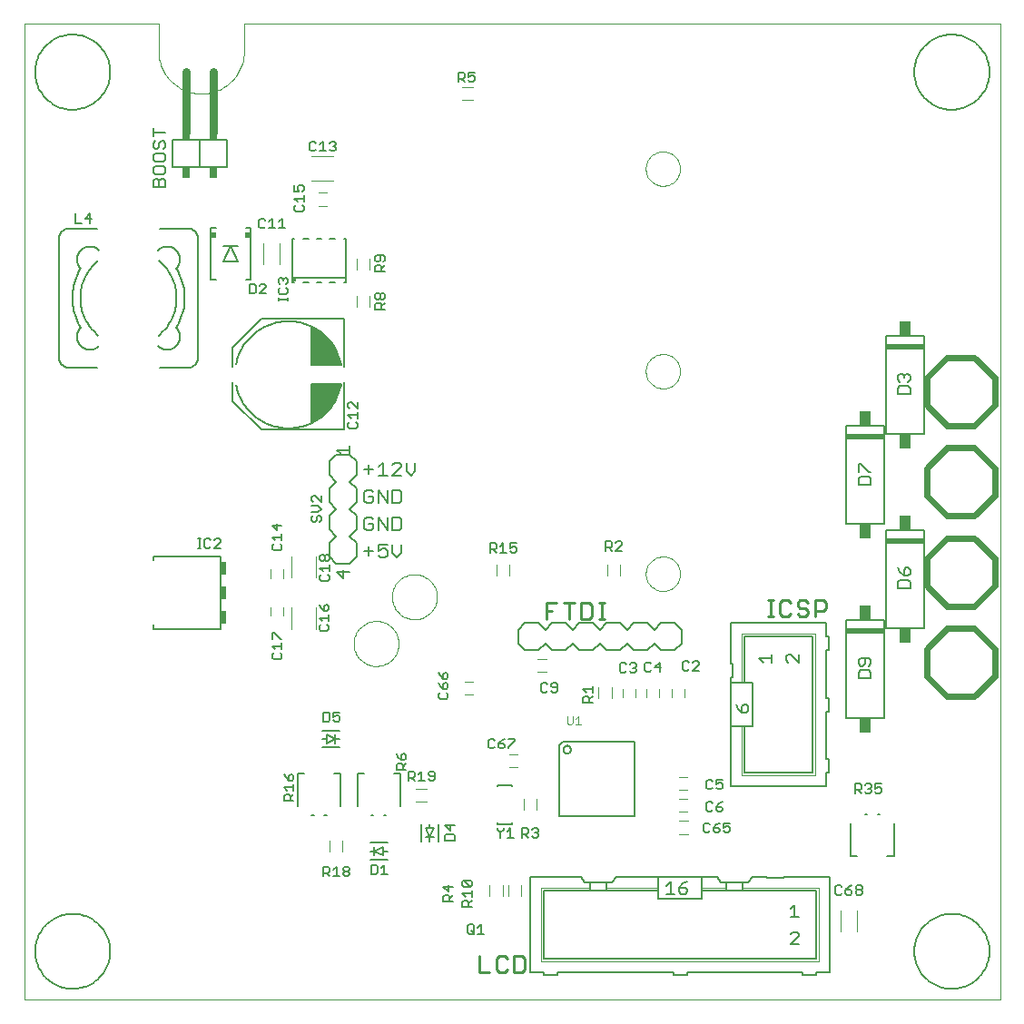
<source format=gto>
G75*
G70*
%OFA0B0*%
%FSLAX24Y24*%
%IPPOS*%
%LPD*%
%AMOC8*
5,1,8,0,0,1.08239X$1,22.5*
%
%ADD10C,0.0000*%
%ADD11C,0.0080*%
%ADD12C,0.0050*%
%ADD13R,0.0118X0.0157*%
%ADD14C,0.0031*%
%ADD15R,0.0236X0.0197*%
%ADD16C,0.0240*%
%ADD17C,0.0060*%
%ADD18C,0.0020*%
%ADD19C,0.0110*%
%ADD20R,0.0236X0.0472*%
%ADD21C,0.0030*%
%ADD22C,0.0300*%
%ADD23R,0.0300X0.0200*%
%ADD24R,0.0300X0.0400*%
%ADD25R,0.1400X0.0200*%
%ADD26R,0.0420X0.0540*%
D10*
X000233Y000233D02*
X000233Y036060D01*
X005154Y036060D01*
X005154Y035076D01*
X005156Y034999D01*
X005162Y034922D01*
X005171Y034845D01*
X005184Y034769D01*
X005201Y034693D01*
X005222Y034619D01*
X005246Y034545D01*
X005274Y034473D01*
X005305Y034403D01*
X005340Y034334D01*
X005378Y034266D01*
X005419Y034201D01*
X005464Y034138D01*
X005512Y034077D01*
X005562Y034018D01*
X005615Y033962D01*
X005671Y033909D01*
X005730Y033859D01*
X005791Y033811D01*
X005854Y033766D01*
X005919Y033725D01*
X005987Y033687D01*
X006056Y033652D01*
X006126Y033621D01*
X006198Y033593D01*
X006272Y033569D01*
X006346Y033548D01*
X006422Y033531D01*
X006498Y033518D01*
X006575Y033509D01*
X006652Y033503D01*
X006729Y033501D01*
X006806Y033503D01*
X006883Y033509D01*
X006960Y033518D01*
X007036Y033531D01*
X007112Y033548D01*
X007186Y033569D01*
X007260Y033593D01*
X007332Y033621D01*
X007402Y033652D01*
X007471Y033687D01*
X007539Y033725D01*
X007604Y033766D01*
X007667Y033811D01*
X007728Y033859D01*
X007787Y033909D01*
X007843Y033962D01*
X007896Y034018D01*
X007946Y034077D01*
X007994Y034138D01*
X008039Y034201D01*
X008080Y034266D01*
X008118Y034334D01*
X008153Y034403D01*
X008184Y034473D01*
X008212Y034545D01*
X008236Y034619D01*
X008257Y034693D01*
X008274Y034769D01*
X008287Y034845D01*
X008296Y034922D01*
X008302Y034999D01*
X008304Y035076D01*
X008304Y036060D01*
X036060Y036060D01*
X036060Y000233D01*
X000233Y000233D01*
X012322Y013305D02*
X012324Y013362D01*
X012330Y013419D01*
X012340Y013475D01*
X012353Y013531D01*
X012371Y013585D01*
X012392Y013638D01*
X012417Y013689D01*
X012445Y013739D01*
X012477Y013786D01*
X012511Y013832D01*
X012549Y013874D01*
X012590Y013914D01*
X012633Y013952D01*
X012679Y013986D01*
X012727Y014016D01*
X012777Y014044D01*
X012829Y014068D01*
X012883Y014088D01*
X012937Y014104D01*
X012993Y014117D01*
X013049Y014126D01*
X013106Y014131D01*
X013163Y014132D01*
X013220Y014129D01*
X013277Y014122D01*
X013333Y014111D01*
X013388Y014097D01*
X013442Y014078D01*
X013495Y014056D01*
X013546Y014031D01*
X013595Y014001D01*
X013642Y013969D01*
X013687Y013933D01*
X013729Y013895D01*
X013768Y013853D01*
X013804Y013809D01*
X013838Y013763D01*
X013868Y013714D01*
X013894Y013664D01*
X013917Y013612D01*
X013936Y013558D01*
X013952Y013503D01*
X013964Y013447D01*
X013972Y013390D01*
X013976Y013334D01*
X013976Y013276D01*
X013972Y013220D01*
X013964Y013163D01*
X013952Y013107D01*
X013936Y013052D01*
X013917Y012998D01*
X013894Y012946D01*
X013868Y012896D01*
X013838Y012847D01*
X013804Y012801D01*
X013768Y012757D01*
X013729Y012715D01*
X013687Y012677D01*
X013642Y012641D01*
X013595Y012609D01*
X013546Y012579D01*
X013495Y012554D01*
X013442Y012532D01*
X013388Y012513D01*
X013333Y012499D01*
X013277Y012488D01*
X013220Y012481D01*
X013163Y012478D01*
X013106Y012479D01*
X013049Y012484D01*
X012993Y012493D01*
X012937Y012506D01*
X012883Y012522D01*
X012829Y012542D01*
X012777Y012566D01*
X012727Y012594D01*
X012679Y012624D01*
X012633Y012658D01*
X012590Y012696D01*
X012549Y012736D01*
X012511Y012778D01*
X012477Y012824D01*
X012445Y012871D01*
X012417Y012921D01*
X012392Y012972D01*
X012371Y013025D01*
X012353Y013079D01*
X012340Y013135D01*
X012330Y013191D01*
X012324Y013248D01*
X012322Y013305D01*
X013728Y015024D02*
X013730Y015081D01*
X013736Y015138D01*
X013746Y015194D01*
X013759Y015250D01*
X013777Y015304D01*
X013798Y015357D01*
X013823Y015408D01*
X013851Y015458D01*
X013883Y015505D01*
X013917Y015551D01*
X013955Y015593D01*
X013996Y015633D01*
X014039Y015671D01*
X014085Y015705D01*
X014133Y015735D01*
X014183Y015763D01*
X014235Y015787D01*
X014289Y015807D01*
X014343Y015823D01*
X014399Y015836D01*
X014455Y015845D01*
X014512Y015850D01*
X014569Y015851D01*
X014626Y015848D01*
X014683Y015841D01*
X014739Y015830D01*
X014794Y015816D01*
X014848Y015797D01*
X014901Y015775D01*
X014952Y015750D01*
X015001Y015720D01*
X015048Y015688D01*
X015093Y015652D01*
X015135Y015614D01*
X015174Y015572D01*
X015210Y015528D01*
X015244Y015482D01*
X015274Y015433D01*
X015300Y015383D01*
X015323Y015331D01*
X015342Y015277D01*
X015358Y015222D01*
X015370Y015166D01*
X015378Y015109D01*
X015382Y015053D01*
X015382Y014995D01*
X015378Y014939D01*
X015370Y014882D01*
X015358Y014826D01*
X015342Y014771D01*
X015323Y014717D01*
X015300Y014665D01*
X015274Y014615D01*
X015244Y014566D01*
X015210Y014520D01*
X015174Y014476D01*
X015135Y014434D01*
X015093Y014396D01*
X015048Y014360D01*
X015001Y014328D01*
X014952Y014298D01*
X014901Y014273D01*
X014848Y014251D01*
X014794Y014232D01*
X014739Y014218D01*
X014683Y014207D01*
X014626Y014200D01*
X014569Y014197D01*
X014512Y014198D01*
X014455Y014203D01*
X014399Y014212D01*
X014343Y014225D01*
X014289Y014241D01*
X014235Y014261D01*
X014183Y014285D01*
X014133Y014313D01*
X014085Y014343D01*
X014039Y014377D01*
X013996Y014415D01*
X013955Y014455D01*
X013917Y014497D01*
X013883Y014543D01*
X013851Y014590D01*
X013823Y014640D01*
X013798Y014691D01*
X013777Y014744D01*
X013759Y014798D01*
X013746Y014854D01*
X013736Y014910D01*
X013730Y014967D01*
X013728Y015024D01*
X023050Y015868D02*
X023052Y015918D01*
X023058Y015968D01*
X023068Y016017D01*
X023082Y016065D01*
X023099Y016112D01*
X023120Y016157D01*
X023145Y016201D01*
X023173Y016242D01*
X023205Y016281D01*
X023239Y016318D01*
X023276Y016352D01*
X023316Y016382D01*
X023358Y016409D01*
X023402Y016433D01*
X023448Y016454D01*
X023495Y016470D01*
X023543Y016483D01*
X023593Y016492D01*
X023642Y016497D01*
X023693Y016498D01*
X023743Y016495D01*
X023792Y016488D01*
X023841Y016477D01*
X023889Y016462D01*
X023935Y016444D01*
X023980Y016422D01*
X024023Y016396D01*
X024064Y016367D01*
X024103Y016335D01*
X024139Y016300D01*
X024171Y016262D01*
X024201Y016222D01*
X024228Y016179D01*
X024251Y016135D01*
X024270Y016089D01*
X024286Y016041D01*
X024298Y015992D01*
X024306Y015943D01*
X024310Y015893D01*
X024310Y015843D01*
X024306Y015793D01*
X024298Y015744D01*
X024286Y015695D01*
X024270Y015647D01*
X024251Y015601D01*
X024228Y015557D01*
X024201Y015514D01*
X024171Y015474D01*
X024139Y015436D01*
X024103Y015401D01*
X024064Y015369D01*
X024023Y015340D01*
X023980Y015314D01*
X023935Y015292D01*
X023889Y015274D01*
X023841Y015259D01*
X023792Y015248D01*
X023743Y015241D01*
X023693Y015238D01*
X023642Y015239D01*
X023593Y015244D01*
X023543Y015253D01*
X023495Y015266D01*
X023448Y015282D01*
X023402Y015303D01*
X023358Y015327D01*
X023316Y015354D01*
X023276Y015384D01*
X023239Y015418D01*
X023205Y015455D01*
X023173Y015494D01*
X023145Y015535D01*
X023120Y015579D01*
X023099Y015624D01*
X023082Y015671D01*
X023068Y015719D01*
X023058Y015768D01*
X023052Y015818D01*
X023050Y015868D01*
X023050Y023305D02*
X023052Y023355D01*
X023058Y023405D01*
X023068Y023454D01*
X023082Y023502D01*
X023099Y023549D01*
X023120Y023594D01*
X023145Y023638D01*
X023173Y023679D01*
X023205Y023718D01*
X023239Y023755D01*
X023276Y023789D01*
X023316Y023819D01*
X023358Y023846D01*
X023402Y023870D01*
X023448Y023891D01*
X023495Y023907D01*
X023543Y023920D01*
X023593Y023929D01*
X023642Y023934D01*
X023693Y023935D01*
X023743Y023932D01*
X023792Y023925D01*
X023841Y023914D01*
X023889Y023899D01*
X023935Y023881D01*
X023980Y023859D01*
X024023Y023833D01*
X024064Y023804D01*
X024103Y023772D01*
X024139Y023737D01*
X024171Y023699D01*
X024201Y023659D01*
X024228Y023616D01*
X024251Y023572D01*
X024270Y023526D01*
X024286Y023478D01*
X024298Y023429D01*
X024306Y023380D01*
X024310Y023330D01*
X024310Y023280D01*
X024306Y023230D01*
X024298Y023181D01*
X024286Y023132D01*
X024270Y023084D01*
X024251Y023038D01*
X024228Y022994D01*
X024201Y022951D01*
X024171Y022911D01*
X024139Y022873D01*
X024103Y022838D01*
X024064Y022806D01*
X024023Y022777D01*
X023980Y022751D01*
X023935Y022729D01*
X023889Y022711D01*
X023841Y022696D01*
X023792Y022685D01*
X023743Y022678D01*
X023693Y022675D01*
X023642Y022676D01*
X023593Y022681D01*
X023543Y022690D01*
X023495Y022703D01*
X023448Y022719D01*
X023402Y022740D01*
X023358Y022764D01*
X023316Y022791D01*
X023276Y022821D01*
X023239Y022855D01*
X023205Y022892D01*
X023173Y022931D01*
X023145Y022972D01*
X023120Y023016D01*
X023099Y023061D01*
X023082Y023108D01*
X023068Y023156D01*
X023058Y023205D01*
X023052Y023255D01*
X023050Y023305D01*
X023050Y030742D02*
X023052Y030792D01*
X023058Y030842D01*
X023068Y030891D01*
X023082Y030939D01*
X023099Y030986D01*
X023120Y031031D01*
X023145Y031075D01*
X023173Y031116D01*
X023205Y031155D01*
X023239Y031192D01*
X023276Y031226D01*
X023316Y031256D01*
X023358Y031283D01*
X023402Y031307D01*
X023448Y031328D01*
X023495Y031344D01*
X023543Y031357D01*
X023593Y031366D01*
X023642Y031371D01*
X023693Y031372D01*
X023743Y031369D01*
X023792Y031362D01*
X023841Y031351D01*
X023889Y031336D01*
X023935Y031318D01*
X023980Y031296D01*
X024023Y031270D01*
X024064Y031241D01*
X024103Y031209D01*
X024139Y031174D01*
X024171Y031136D01*
X024201Y031096D01*
X024228Y031053D01*
X024251Y031009D01*
X024270Y030963D01*
X024286Y030915D01*
X024298Y030866D01*
X024306Y030817D01*
X024310Y030767D01*
X024310Y030717D01*
X024306Y030667D01*
X024298Y030618D01*
X024286Y030569D01*
X024270Y030521D01*
X024251Y030475D01*
X024228Y030431D01*
X024201Y030388D01*
X024171Y030348D01*
X024139Y030310D01*
X024103Y030275D01*
X024064Y030243D01*
X024023Y030214D01*
X023980Y030188D01*
X023935Y030166D01*
X023889Y030148D01*
X023841Y030133D01*
X023792Y030122D01*
X023743Y030115D01*
X023693Y030112D01*
X023642Y030113D01*
X023593Y030118D01*
X023543Y030127D01*
X023495Y030140D01*
X023448Y030156D01*
X023402Y030177D01*
X023358Y030201D01*
X023316Y030228D01*
X023276Y030258D01*
X023239Y030292D01*
X023205Y030329D01*
X023173Y030368D01*
X023145Y030409D01*
X023120Y030453D01*
X023099Y030498D01*
X023082Y030545D01*
X023068Y030593D01*
X023058Y030642D01*
X023052Y030692D01*
X023050Y030742D01*
D11*
X014587Y019950D02*
X014587Y019630D01*
X014427Y019470D01*
X014267Y019630D01*
X014267Y019950D01*
X014072Y019870D02*
X013991Y019950D01*
X013831Y019950D01*
X013751Y019870D01*
X014072Y019870D02*
X014072Y019790D01*
X013751Y019470D01*
X014072Y019470D01*
X013556Y019470D02*
X013236Y019470D01*
X013396Y019470D02*
X013396Y019950D01*
X013236Y019790D01*
X013040Y019710D02*
X012720Y019710D01*
X012880Y019870D02*
X012880Y019550D01*
X012800Y018950D02*
X012720Y018870D01*
X012720Y018550D01*
X012800Y018470D01*
X012960Y018470D01*
X013040Y018550D01*
X013040Y018710D01*
X012880Y018710D01*
X013040Y018870D02*
X012960Y018950D01*
X012800Y018950D01*
X013236Y018950D02*
X013556Y018470D01*
X013556Y018950D01*
X013751Y018950D02*
X013991Y018950D01*
X014072Y018870D01*
X014072Y018550D01*
X013991Y018470D01*
X013751Y018470D01*
X013751Y018950D01*
X013236Y018950D02*
X013236Y018470D01*
X013236Y017950D02*
X013556Y017470D01*
X013556Y017950D01*
X013751Y017950D02*
X013991Y017950D01*
X014072Y017870D01*
X014072Y017550D01*
X013991Y017470D01*
X013751Y017470D01*
X013751Y017950D01*
X013236Y017950D02*
X013236Y017470D01*
X013040Y017550D02*
X013040Y017710D01*
X012880Y017710D01*
X012720Y017550D02*
X012800Y017470D01*
X012960Y017470D01*
X013040Y017550D01*
X012720Y017550D02*
X012720Y017870D01*
X012800Y017950D01*
X012960Y017950D01*
X013040Y017870D01*
X013236Y016950D02*
X013236Y016710D01*
X013396Y016790D01*
X013476Y016790D01*
X013556Y016710D01*
X013556Y016550D01*
X013476Y016470D01*
X013316Y016470D01*
X013236Y016550D01*
X013040Y016710D02*
X012720Y016710D01*
X012880Y016870D02*
X012880Y016550D01*
X013236Y016950D02*
X013556Y016950D01*
X013751Y016950D02*
X013751Y016630D01*
X013911Y016470D01*
X014072Y016630D01*
X014072Y016950D01*
X018368Y013805D02*
X018368Y013305D01*
X018618Y013055D01*
X019118Y013055D01*
X019368Y013305D01*
X019618Y013055D01*
X020118Y013055D01*
X020368Y013305D01*
X020618Y013055D01*
X021118Y013055D01*
X021368Y013305D01*
X021618Y013055D01*
X022118Y013055D01*
X022368Y013305D01*
X022618Y013055D01*
X023118Y013055D01*
X023368Y013305D01*
X023618Y013055D01*
X024118Y013055D01*
X024368Y013305D01*
X024368Y013805D01*
X024118Y014055D01*
X023618Y014055D01*
X023368Y013805D01*
X023118Y014055D01*
X022618Y014055D01*
X022368Y013805D01*
X022118Y014055D01*
X021618Y014055D01*
X021368Y013805D01*
X021118Y014055D01*
X020618Y014055D01*
X020368Y013805D01*
X020118Y014055D01*
X019618Y014055D01*
X019368Y013805D01*
X019118Y014055D01*
X018618Y014055D01*
X018368Y013805D01*
X018123Y008107D02*
X017612Y008107D01*
X017612Y008068D01*
X018123Y008068D02*
X018123Y008107D01*
X018123Y006729D02*
X018123Y006670D01*
X017612Y006670D01*
X017612Y006729D01*
D12*
X017600Y006530D02*
X017600Y006472D01*
X017716Y006355D01*
X017716Y006180D01*
X017716Y006355D02*
X017833Y006472D01*
X017833Y006530D01*
X017968Y006413D02*
X018085Y006530D01*
X018085Y006180D01*
X018201Y006180D02*
X017968Y006180D01*
X018500Y006180D02*
X018500Y006530D01*
X018675Y006530D01*
X018733Y006472D01*
X018733Y006355D01*
X018675Y006297D01*
X018500Y006297D01*
X018616Y006297D02*
X018733Y006180D01*
X018868Y006238D02*
X018926Y006180D01*
X019043Y006180D01*
X019101Y006238D01*
X019101Y006297D01*
X019043Y006355D01*
X018985Y006355D01*
X019043Y006355D02*
X019101Y006413D01*
X019101Y006472D01*
X019043Y006530D01*
X018926Y006530D01*
X018868Y006472D01*
X016655Y004554D02*
X016655Y004437D01*
X016597Y004379D01*
X016363Y004613D01*
X016597Y004613D01*
X016655Y004554D01*
X016597Y004379D02*
X016363Y004379D01*
X016305Y004437D01*
X016305Y004554D01*
X016363Y004613D01*
X015968Y004373D02*
X015617Y004373D01*
X015792Y004198D01*
X015792Y004432D01*
X015792Y004063D02*
X015851Y004005D01*
X015851Y003830D01*
X015968Y003830D02*
X015617Y003830D01*
X015617Y004005D01*
X015676Y004063D01*
X015792Y004063D01*
X015851Y003947D02*
X015968Y004063D01*
X016305Y004128D02*
X016655Y004128D01*
X016655Y004244D02*
X016655Y004011D01*
X016655Y003876D02*
X016538Y003759D01*
X016538Y003818D02*
X016538Y003642D01*
X016655Y003642D02*
X016305Y003642D01*
X016305Y003818D01*
X016363Y003876D01*
X016480Y003876D01*
X016538Y003818D01*
X016421Y004011D02*
X016305Y004128D01*
X016576Y002993D02*
X016693Y002993D01*
X016751Y002934D01*
X016751Y002701D01*
X016693Y002642D01*
X016576Y002642D01*
X016517Y002701D01*
X016517Y002934D01*
X016576Y002993D01*
X016634Y002759D02*
X016751Y002642D01*
X016886Y002642D02*
X017119Y002642D01*
X017003Y002642D02*
X017003Y002993D01*
X016886Y002876D01*
X016030Y006080D02*
X015680Y006080D01*
X015680Y006255D01*
X015738Y006313D01*
X015972Y006313D01*
X016030Y006255D01*
X016030Y006080D01*
X015855Y006448D02*
X015855Y006682D01*
X016030Y006623D02*
X015680Y006623D01*
X015855Y006448D01*
X015432Y006682D02*
X015432Y006053D01*
X015275Y006210D02*
X015118Y006210D01*
X015118Y006053D01*
X015118Y006210D02*
X015275Y006525D01*
X015118Y006525D01*
X015118Y006682D01*
X015118Y006525D02*
X014960Y006525D01*
X015118Y006210D01*
X014960Y006210D01*
X014803Y006053D02*
X014803Y006682D01*
X014030Y007349D02*
X014030Y008530D01*
X013794Y008530D01*
X013892Y008656D02*
X013892Y008831D01*
X013951Y008889D01*
X014067Y008889D01*
X014126Y008831D01*
X014126Y008656D01*
X014243Y008656D02*
X013892Y008656D01*
X014126Y008773D02*
X014243Y008889D01*
X014184Y009024D02*
X014243Y009082D01*
X014243Y009199D01*
X014184Y009258D01*
X014126Y009258D01*
X014067Y009199D01*
X014067Y009024D01*
X014184Y009024D01*
X014067Y009024D02*
X013951Y009141D01*
X013892Y009258D01*
X014330Y008618D02*
X014505Y008618D01*
X014564Y008559D01*
X014564Y008443D01*
X014505Y008384D01*
X014330Y008384D01*
X014330Y008268D02*
X014330Y008618D01*
X014447Y008384D02*
X014564Y008268D01*
X014698Y008268D02*
X014932Y008268D01*
X014815Y008268D02*
X014815Y008618D01*
X014698Y008501D01*
X015067Y008501D02*
X015125Y008443D01*
X015300Y008443D01*
X015300Y008559D02*
X015242Y008618D01*
X015125Y008618D01*
X015067Y008559D01*
X015067Y008501D01*
X015067Y008326D02*
X015125Y008268D01*
X015242Y008268D01*
X015300Y008326D01*
X015300Y008559D01*
X017268Y009513D02*
X017326Y009455D01*
X017443Y009455D01*
X017501Y009513D01*
X017636Y009513D02*
X017694Y009455D01*
X017811Y009455D01*
X017869Y009513D01*
X017869Y009572D01*
X017811Y009630D01*
X017636Y009630D01*
X017636Y009513D01*
X017636Y009630D02*
X017753Y009747D01*
X017869Y009805D01*
X018004Y009805D02*
X018238Y009805D01*
X018238Y009747D01*
X018004Y009513D01*
X018004Y009455D01*
X017501Y009747D02*
X017443Y009805D01*
X017326Y009805D01*
X017268Y009747D01*
X017268Y009513D01*
X015722Y011268D02*
X015488Y011268D01*
X015430Y011326D01*
X015430Y011443D01*
X015488Y011501D01*
X015605Y011636D02*
X015488Y011753D01*
X015430Y011869D01*
X015605Y011811D02*
X015605Y011636D01*
X015722Y011636D01*
X015780Y011694D01*
X015780Y011811D01*
X015722Y011869D01*
X015663Y011869D01*
X015605Y011811D01*
X015605Y012004D02*
X015488Y012121D01*
X015430Y012238D01*
X015605Y012179D02*
X015605Y012004D01*
X015722Y012004D01*
X015780Y012063D01*
X015780Y012179D01*
X015722Y012238D01*
X015663Y012238D01*
X015605Y012179D01*
X015722Y011501D02*
X015780Y011443D01*
X015780Y011326D01*
X015722Y011268D01*
X012691Y008530D02*
X012455Y008530D01*
X012455Y007349D01*
X012967Y006994D02*
X013046Y006994D01*
X013439Y006994D02*
X013518Y006994D01*
X013557Y005995D02*
X012928Y005995D01*
X013085Y005837D02*
X013085Y005680D01*
X012928Y005680D01*
X013085Y005680D02*
X013400Y005837D01*
X013400Y005680D01*
X013557Y005680D01*
X013400Y005680D02*
X013400Y005522D01*
X013085Y005680D01*
X013085Y005522D01*
X012928Y005365D02*
X013557Y005365D01*
X013440Y005180D02*
X013440Y004830D01*
X013323Y004830D02*
X013557Y004830D01*
X013323Y005063D02*
X013440Y005180D01*
X013189Y005122D02*
X013189Y004888D01*
X013130Y004830D01*
X012955Y004830D01*
X012955Y005180D01*
X013130Y005180D01*
X013189Y005122D01*
X012175Y005059D02*
X012175Y005001D01*
X012117Y004943D01*
X012000Y004943D01*
X011942Y005001D01*
X011942Y005059D01*
X012000Y005118D01*
X012117Y005118D01*
X012175Y005059D01*
X012117Y004943D02*
X012175Y004884D01*
X012175Y004826D01*
X012117Y004768D01*
X012000Y004768D01*
X011942Y004826D01*
X011942Y004884D01*
X012000Y004943D01*
X011807Y004768D02*
X011573Y004768D01*
X011690Y004768D02*
X011690Y005118D01*
X011573Y005001D01*
X011439Y004943D02*
X011380Y004884D01*
X011205Y004884D01*
X011205Y004768D02*
X011205Y005118D01*
X011380Y005118D01*
X011439Y005059D01*
X011439Y004943D01*
X011322Y004884D02*
X011439Y004768D01*
X011331Y006994D02*
X011252Y006994D01*
X011842Y007349D02*
X011842Y008530D01*
X011606Y008530D01*
X011808Y009490D02*
X011178Y009490D01*
X011335Y009647D02*
X011335Y009805D01*
X011178Y009805D01*
X011335Y009805D02*
X011335Y009962D01*
X011650Y009805D01*
X011808Y009805D01*
X011650Y009805D02*
X011335Y009647D01*
X011650Y009647D02*
X011650Y009805D01*
X011650Y009962D01*
X011808Y010120D02*
X011178Y010120D01*
X011218Y010430D02*
X011394Y010430D01*
X011452Y010488D01*
X011452Y010722D01*
X011394Y010780D01*
X011218Y010780D01*
X011218Y010430D01*
X011587Y010488D02*
X011645Y010430D01*
X011762Y010430D01*
X011820Y010488D01*
X011820Y010605D01*
X011762Y010663D01*
X011703Y010663D01*
X011587Y010605D01*
X011587Y010780D01*
X011820Y010780D01*
X010504Y008530D02*
X010268Y008530D01*
X010268Y007349D01*
X010117Y007538D02*
X009767Y007538D01*
X009767Y007713D01*
X009826Y007771D01*
X009942Y007771D01*
X010001Y007713D01*
X010001Y007538D01*
X010001Y007654D02*
X010117Y007771D01*
X010117Y007906D02*
X010117Y008139D01*
X010117Y008023D02*
X009767Y008023D01*
X009884Y007906D01*
X009942Y008274D02*
X009942Y008449D01*
X010001Y008508D01*
X010059Y008508D01*
X010117Y008449D01*
X010117Y008333D01*
X010059Y008274D01*
X009942Y008274D01*
X009826Y008391D01*
X009767Y008508D01*
X010779Y006994D02*
X010858Y006994D01*
X009621Y012725D02*
X009388Y012725D01*
X009330Y012783D01*
X009330Y012900D01*
X009388Y012959D01*
X009446Y013093D02*
X009330Y013210D01*
X009680Y013210D01*
X009680Y013093D02*
X009680Y013327D01*
X009680Y013462D02*
X009621Y013462D01*
X009388Y013695D01*
X009330Y013695D01*
X009330Y013462D01*
X009621Y012959D02*
X009680Y012900D01*
X009680Y012783D01*
X009621Y012725D01*
X011055Y013826D02*
X011113Y013767D01*
X011347Y013767D01*
X011405Y013826D01*
X011405Y013943D01*
X011347Y014001D01*
X011405Y014136D02*
X011405Y014369D01*
X011405Y014252D02*
X011055Y014252D01*
X011171Y014136D01*
X011113Y014001D02*
X011055Y013943D01*
X011055Y013826D01*
X011230Y014504D02*
X011230Y014679D01*
X011288Y014738D01*
X011347Y014738D01*
X011405Y014679D01*
X011405Y014562D01*
X011347Y014504D01*
X011230Y014504D01*
X011113Y014621D01*
X011055Y014738D01*
X011138Y015600D02*
X011372Y015600D01*
X011430Y015658D01*
X011430Y015775D01*
X011372Y015834D01*
X011430Y015968D02*
X011430Y016202D01*
X011430Y016085D02*
X011080Y016085D01*
X011196Y015968D01*
X011138Y015834D02*
X011080Y015775D01*
X011080Y015658D01*
X011138Y015600D01*
X011705Y015932D02*
X011930Y015707D01*
X011930Y016007D01*
X012155Y015932D02*
X011705Y015932D01*
X011372Y016337D02*
X011313Y016337D01*
X011255Y016395D01*
X011255Y016512D01*
X011313Y016570D01*
X011372Y016570D01*
X011430Y016512D01*
X011430Y016395D01*
X011372Y016337D01*
X011255Y016395D02*
X011196Y016337D01*
X011138Y016337D01*
X011080Y016395D01*
X011080Y016512D01*
X011138Y016570D01*
X011196Y016570D01*
X011255Y016512D01*
X011072Y017767D02*
X011130Y017826D01*
X011130Y017943D01*
X011072Y018001D01*
X011013Y018001D01*
X010955Y017943D01*
X010955Y017826D01*
X010896Y017767D01*
X010838Y017767D01*
X010780Y017826D01*
X010780Y017943D01*
X010838Y018001D01*
X010780Y018136D02*
X011013Y018136D01*
X011130Y018253D01*
X011013Y018369D01*
X010780Y018369D01*
X010838Y018504D02*
X010780Y018562D01*
X010780Y018679D01*
X010838Y018738D01*
X010896Y018738D01*
X011130Y018504D01*
X011130Y018738D01*
X011855Y020257D02*
X011705Y020407D01*
X012155Y020407D01*
X012155Y020257D02*
X012155Y020557D01*
X011977Y021172D02*
X011977Y022904D01*
X011859Y022826D02*
X010757Y022826D01*
X010757Y021408D01*
X011288Y021802D01*
X011623Y022235D01*
X011859Y022826D01*
X011844Y022789D02*
X010757Y022789D01*
X010757Y022740D02*
X011825Y022740D01*
X011805Y022692D02*
X010757Y022692D01*
X010757Y022643D02*
X011786Y022643D01*
X011767Y022595D02*
X010757Y022595D01*
X010757Y022546D02*
X011747Y022546D01*
X011728Y022498D02*
X010757Y022498D01*
X010757Y022449D02*
X011708Y022449D01*
X011689Y022401D02*
X010757Y022401D01*
X010757Y022352D02*
X011670Y022352D01*
X011650Y022304D02*
X010757Y022304D01*
X010757Y022255D02*
X011631Y022255D01*
X011601Y022207D02*
X010757Y022207D01*
X010757Y022158D02*
X011563Y022158D01*
X011526Y022110D02*
X010757Y022110D01*
X010757Y022061D02*
X011488Y022061D01*
X011451Y022013D02*
X010757Y022013D01*
X010757Y021964D02*
X011413Y021964D01*
X011376Y021916D02*
X010757Y021916D01*
X010757Y021867D02*
X011339Y021867D01*
X011301Y021819D02*
X010757Y021819D01*
X010757Y021770D02*
X011245Y021770D01*
X011180Y021722D02*
X010757Y021722D01*
X010757Y021673D02*
X011114Y021673D01*
X011049Y021625D02*
X010757Y021625D01*
X010757Y021576D02*
X010983Y021576D01*
X010918Y021528D02*
X010757Y021528D01*
X010757Y021479D02*
X010852Y021479D01*
X010787Y021431D02*
X010757Y021431D01*
X011977Y021172D02*
X008946Y021172D01*
X007883Y022196D01*
X007883Y022904D01*
X007883Y023456D02*
X007883Y024164D01*
X008946Y025227D01*
X011977Y025227D01*
X011977Y023456D01*
X011859Y023534D02*
X010757Y023534D01*
X010757Y024952D01*
X011288Y024558D01*
X011623Y024125D01*
X011859Y023534D01*
X011847Y023565D02*
X010757Y023565D01*
X010757Y023613D02*
X011828Y023613D01*
X011808Y023662D02*
X010757Y023662D01*
X010757Y023710D02*
X011789Y023710D01*
X011769Y023759D02*
X010757Y023759D01*
X010757Y023807D02*
X011750Y023807D01*
X011731Y023856D02*
X010757Y023856D01*
X010757Y023904D02*
X011711Y023904D01*
X011692Y023953D02*
X010757Y023953D01*
X010757Y024001D02*
X011672Y024001D01*
X011653Y024050D02*
X010757Y024050D01*
X010757Y024098D02*
X011634Y024098D01*
X011606Y024147D02*
X010757Y024147D01*
X010757Y024195D02*
X011569Y024195D01*
X011531Y024244D02*
X010757Y024244D01*
X010757Y024292D02*
X011494Y024292D01*
X011456Y024341D02*
X010757Y024341D01*
X010757Y024389D02*
X011419Y024389D01*
X011381Y024438D02*
X010757Y024438D01*
X010757Y024486D02*
X011344Y024486D01*
X011306Y024535D02*
X010757Y024535D01*
X010757Y024583D02*
X011254Y024583D01*
X011189Y024632D02*
X010757Y024632D01*
X010757Y024680D02*
X011123Y024680D01*
X011058Y024729D02*
X010757Y024729D01*
X010757Y024777D02*
X010992Y024777D01*
X010927Y024826D02*
X010757Y024826D01*
X010757Y024874D02*
X010861Y024874D01*
X010796Y024923D02*
X010757Y024923D01*
X009905Y025892D02*
X009905Y026009D01*
X009905Y025951D02*
X009555Y025951D01*
X009555Y026009D02*
X009555Y025892D01*
X009613Y026138D02*
X009847Y026138D01*
X009905Y026196D01*
X009905Y026313D01*
X009847Y026372D01*
X009847Y026506D02*
X009905Y026565D01*
X009905Y026681D01*
X009847Y026740D01*
X009788Y026740D01*
X009730Y026681D01*
X009730Y026623D01*
X009730Y026681D02*
X009671Y026740D01*
X009613Y026740D01*
X009555Y026681D01*
X009555Y026565D01*
X009613Y026506D01*
X009613Y026372D02*
X009555Y026313D01*
X009555Y026196D01*
X009613Y026138D01*
X009095Y026155D02*
X008862Y026155D01*
X009095Y026389D01*
X009095Y026447D01*
X009037Y026505D01*
X008920Y026505D01*
X008862Y026447D01*
X008727Y026447D02*
X008668Y026505D01*
X008493Y026505D01*
X008493Y026155D01*
X008668Y026155D01*
X008727Y026213D01*
X008727Y026447D01*
X008553Y026673D02*
X008356Y026673D01*
X008553Y026673D02*
X008553Y028562D01*
X008356Y028562D01*
X008850Y028613D02*
X008850Y028847D01*
X008908Y028905D01*
X009025Y028905D01*
X009084Y028847D01*
X009218Y028789D02*
X009335Y028905D01*
X009335Y028555D01*
X009218Y028555D02*
X009452Y028555D01*
X009587Y028555D02*
X009820Y028555D01*
X009703Y028555D02*
X009703Y028905D01*
X009587Y028789D01*
X009084Y028613D02*
X009025Y028555D01*
X008908Y028555D01*
X008850Y028613D01*
X008081Y027893D02*
X007805Y027893D01*
X007529Y027342D01*
X008081Y027342D01*
X007805Y027893D01*
X007529Y027893D01*
X007254Y028562D02*
X007057Y028562D01*
X007057Y026673D01*
X007254Y026673D01*
X006614Y028158D02*
X006614Y023827D01*
X006612Y023788D01*
X006606Y023750D01*
X006597Y023713D01*
X006584Y023676D01*
X006567Y023641D01*
X006548Y023608D01*
X006525Y023577D01*
X006499Y023548D01*
X006470Y023522D01*
X006439Y023499D01*
X006406Y023480D01*
X006371Y023463D01*
X006334Y023450D01*
X006297Y023441D01*
X006259Y023435D01*
X006220Y023433D01*
X005197Y023433D01*
X005809Y024239D02*
X005837Y024270D01*
X005862Y024302D01*
X005884Y024337D01*
X005903Y024374D01*
X005919Y024412D01*
X005931Y024451D01*
X005940Y024491D01*
X005945Y024532D01*
X005947Y024573D01*
X005945Y024614D01*
X005940Y024655D01*
X005931Y024695D01*
X005919Y024734D01*
X005903Y024772D01*
X005884Y024809D01*
X005862Y024844D01*
X005837Y024876D01*
X005809Y024907D01*
X005809Y024239D02*
X005778Y024211D01*
X005746Y024186D01*
X005711Y024164D01*
X005674Y024145D01*
X005636Y024129D01*
X005597Y024117D01*
X005557Y024108D01*
X005516Y024103D01*
X005475Y024101D01*
X005434Y024103D01*
X005393Y024108D01*
X005353Y024117D01*
X005314Y024129D01*
X005276Y024145D01*
X005239Y024164D01*
X005204Y024186D01*
X005172Y024211D01*
X005141Y024239D01*
X002301Y024906D02*
X002251Y024992D01*
X002205Y025080D01*
X002163Y025170D01*
X002125Y025262D01*
X002092Y025356D01*
X002064Y025451D01*
X002040Y025548D01*
X002021Y025646D01*
X002007Y025744D01*
X001997Y025843D01*
X001993Y025942D01*
X001993Y026042D01*
X001997Y026141D01*
X002007Y026240D01*
X002021Y026338D01*
X002040Y026436D01*
X002064Y026533D01*
X002092Y026628D01*
X002125Y026722D01*
X002163Y026814D01*
X002205Y026904D01*
X002251Y026992D01*
X002301Y027078D01*
X002273Y027109D01*
X002248Y027141D01*
X002226Y027176D01*
X002207Y027213D01*
X002191Y027251D01*
X002179Y027290D01*
X002170Y027330D01*
X002165Y027371D01*
X002163Y027412D01*
X002165Y027453D01*
X002170Y027494D01*
X002179Y027534D01*
X002191Y027573D01*
X002207Y027611D01*
X002226Y027648D01*
X002248Y027683D01*
X002273Y027715D01*
X002301Y027746D01*
X002332Y027774D01*
X002364Y027799D01*
X002399Y027821D01*
X002436Y027840D01*
X002474Y027856D01*
X002513Y027868D01*
X002553Y027877D01*
X002594Y027882D01*
X002635Y027884D01*
X002676Y027882D01*
X002717Y027877D01*
X002757Y027868D01*
X002796Y027856D01*
X002834Y027840D01*
X002871Y027821D01*
X002906Y027799D01*
X002938Y027774D01*
X002969Y027746D01*
X002913Y028552D02*
X001890Y028552D01*
X002093Y028743D02*
X002327Y028743D01*
X002462Y028918D02*
X002695Y028918D01*
X002637Y028743D02*
X002637Y029093D01*
X002462Y028918D01*
X002093Y029093D02*
X002093Y028743D01*
X001890Y028552D02*
X001851Y028550D01*
X001813Y028544D01*
X001776Y028535D01*
X001739Y028522D01*
X001704Y028505D01*
X001671Y028486D01*
X001640Y028463D01*
X001611Y028437D01*
X001585Y028408D01*
X001562Y028377D01*
X001543Y028344D01*
X001526Y028309D01*
X001513Y028272D01*
X001504Y028235D01*
X001498Y028197D01*
X001496Y028158D01*
X001496Y023827D01*
X001498Y023788D01*
X001504Y023750D01*
X001513Y023713D01*
X001526Y023676D01*
X001543Y023641D01*
X001562Y023608D01*
X001585Y023577D01*
X001611Y023548D01*
X001640Y023522D01*
X001671Y023499D01*
X001704Y023480D01*
X001739Y023463D01*
X001776Y023450D01*
X001813Y023441D01*
X001851Y023435D01*
X001890Y023433D01*
X002913Y023433D01*
X002969Y024239D02*
X002938Y024211D01*
X002906Y024186D01*
X002871Y024164D01*
X002834Y024145D01*
X002796Y024129D01*
X002757Y024117D01*
X002717Y024108D01*
X002676Y024103D01*
X002635Y024101D01*
X002594Y024103D01*
X002553Y024108D01*
X002513Y024117D01*
X002474Y024129D01*
X002436Y024145D01*
X002399Y024164D01*
X002364Y024186D01*
X002332Y024211D01*
X002301Y024239D01*
X002273Y024270D01*
X002248Y024302D01*
X002226Y024337D01*
X002207Y024374D01*
X002191Y024412D01*
X002179Y024451D01*
X002170Y024491D01*
X002165Y024532D01*
X002163Y024573D01*
X002165Y024614D01*
X002170Y024655D01*
X002179Y024695D01*
X002191Y024734D01*
X002207Y024772D01*
X002226Y024809D01*
X002248Y024844D01*
X002273Y024876D01*
X002301Y024907D01*
X005809Y024906D02*
X005859Y024992D01*
X005905Y025080D01*
X005947Y025170D01*
X005985Y025262D01*
X006018Y025356D01*
X006046Y025451D01*
X006070Y025548D01*
X006089Y025646D01*
X006103Y025744D01*
X006113Y025843D01*
X006117Y025942D01*
X006117Y026042D01*
X006113Y026141D01*
X006103Y026240D01*
X006089Y026338D01*
X006070Y026436D01*
X006046Y026533D01*
X006018Y026628D01*
X005985Y026722D01*
X005947Y026814D01*
X005905Y026904D01*
X005859Y026992D01*
X005809Y027078D01*
X005809Y027746D02*
X005778Y027774D01*
X005746Y027799D01*
X005711Y027821D01*
X005674Y027840D01*
X005636Y027856D01*
X005597Y027868D01*
X005557Y027877D01*
X005516Y027882D01*
X005475Y027884D01*
X005434Y027882D01*
X005393Y027877D01*
X005353Y027868D01*
X005314Y027856D01*
X005276Y027840D01*
X005239Y027821D01*
X005204Y027799D01*
X005172Y027774D01*
X005141Y027746D01*
X005809Y027746D02*
X005837Y027715D01*
X005862Y027683D01*
X005884Y027648D01*
X005903Y027611D01*
X005919Y027573D01*
X005931Y027534D01*
X005940Y027494D01*
X005945Y027453D01*
X005947Y027412D01*
X005945Y027371D01*
X005940Y027330D01*
X005931Y027290D01*
X005919Y027251D01*
X005903Y027213D01*
X005884Y027176D01*
X005862Y027141D01*
X005837Y027109D01*
X005809Y027078D01*
X006614Y028158D02*
X006612Y028197D01*
X006606Y028235D01*
X006597Y028272D01*
X006584Y028309D01*
X006567Y028344D01*
X006548Y028377D01*
X006525Y028408D01*
X006499Y028437D01*
X006470Y028463D01*
X006439Y028486D01*
X006406Y028505D01*
X006371Y028522D01*
X006334Y028535D01*
X006297Y028544D01*
X006259Y028550D01*
X006220Y028552D01*
X005197Y028552D01*
X005180Y030080D02*
X005180Y030305D01*
X005255Y030380D01*
X005330Y030380D01*
X005405Y030305D01*
X005405Y030080D01*
X004955Y030080D01*
X004955Y030305D01*
X005030Y030380D01*
X005105Y030380D01*
X005180Y030305D01*
X005030Y030540D02*
X005330Y030540D01*
X005405Y030615D01*
X005405Y030766D01*
X005330Y030841D01*
X005030Y030841D01*
X004955Y030766D01*
X004955Y030615D01*
X005030Y030540D01*
X005030Y031001D02*
X005330Y031001D01*
X005405Y031076D01*
X005405Y031226D01*
X005330Y031301D01*
X005030Y031301D01*
X004955Y031226D01*
X004955Y031076D01*
X005030Y031001D01*
X005030Y031461D02*
X005105Y031461D01*
X005180Y031536D01*
X005180Y031686D01*
X005255Y031761D01*
X005330Y031761D01*
X005405Y031686D01*
X005405Y031536D01*
X005330Y031461D01*
X005030Y031461D02*
X004955Y031536D01*
X004955Y031686D01*
X005030Y031761D01*
X004955Y031922D02*
X004955Y032222D01*
X004955Y032072D02*
X005405Y032072D01*
X000627Y034288D02*
X000629Y034362D01*
X000635Y034436D01*
X000645Y034509D01*
X000659Y034582D01*
X000676Y034654D01*
X000698Y034724D01*
X000723Y034794D01*
X000752Y034862D01*
X000785Y034928D01*
X000821Y034993D01*
X000861Y035055D01*
X000903Y035116D01*
X000949Y035174D01*
X000998Y035229D01*
X001050Y035282D01*
X001105Y035332D01*
X001162Y035378D01*
X001222Y035422D01*
X001284Y035462D01*
X001348Y035499D01*
X001414Y035533D01*
X001482Y035563D01*
X001551Y035589D01*
X001622Y035612D01*
X001693Y035630D01*
X001766Y035645D01*
X001839Y035656D01*
X001913Y035663D01*
X001987Y035666D01*
X002060Y035665D01*
X002134Y035660D01*
X002208Y035651D01*
X002281Y035638D01*
X002353Y035621D01*
X002424Y035601D01*
X002494Y035576D01*
X002562Y035548D01*
X002629Y035517D01*
X002694Y035481D01*
X002757Y035443D01*
X002818Y035401D01*
X002877Y035355D01*
X002933Y035307D01*
X002986Y035256D01*
X003036Y035202D01*
X003084Y035145D01*
X003128Y035086D01*
X003170Y035024D01*
X003208Y034961D01*
X003242Y034895D01*
X003273Y034828D01*
X003300Y034759D01*
X003323Y034689D01*
X003343Y034618D01*
X003359Y034545D01*
X003371Y034472D01*
X003379Y034399D01*
X003383Y034325D01*
X003383Y034251D01*
X003379Y034177D01*
X003371Y034104D01*
X003359Y034031D01*
X003343Y033958D01*
X003323Y033887D01*
X003300Y033817D01*
X003273Y033748D01*
X003242Y033681D01*
X003208Y033615D01*
X003170Y033552D01*
X003128Y033490D01*
X003084Y033431D01*
X003036Y033374D01*
X002986Y033320D01*
X002933Y033269D01*
X002877Y033221D01*
X002818Y033175D01*
X002757Y033133D01*
X002694Y033095D01*
X002629Y033059D01*
X002562Y033028D01*
X002494Y033000D01*
X002424Y032975D01*
X002353Y032955D01*
X002281Y032938D01*
X002208Y032925D01*
X002134Y032916D01*
X002060Y032911D01*
X001987Y032910D01*
X001913Y032913D01*
X001839Y032920D01*
X001766Y032931D01*
X001693Y032946D01*
X001622Y032964D01*
X001551Y032987D01*
X001482Y033013D01*
X001414Y033043D01*
X001348Y033077D01*
X001284Y033114D01*
X001222Y033154D01*
X001162Y033198D01*
X001105Y033244D01*
X001050Y033294D01*
X000998Y033347D01*
X000949Y033402D01*
X000903Y033460D01*
X000861Y033521D01*
X000821Y033583D01*
X000785Y033648D01*
X000752Y033714D01*
X000723Y033782D01*
X000698Y033852D01*
X000676Y033922D01*
X000659Y033994D01*
X000645Y034067D01*
X000635Y034140D01*
X000629Y034214D01*
X000627Y034288D01*
X005158Y027370D02*
X005223Y027315D01*
X005286Y027257D01*
X005346Y027196D01*
X005402Y027132D01*
X005456Y027066D01*
X005506Y026997D01*
X005553Y026925D01*
X005597Y026851D01*
X005636Y026776D01*
X005673Y026698D01*
X005705Y026619D01*
X005733Y026539D01*
X005758Y026457D01*
X005778Y026374D01*
X005795Y026290D01*
X005807Y026205D01*
X005815Y026120D01*
X005819Y026035D01*
X005819Y025949D01*
X005815Y025864D01*
X005807Y025779D01*
X005795Y025694D01*
X005778Y025610D01*
X005758Y025527D01*
X005733Y025445D01*
X005705Y025365D01*
X005673Y025286D01*
X005636Y025208D01*
X005597Y025133D01*
X005553Y025059D01*
X005506Y024987D01*
X005456Y024918D01*
X005402Y024852D01*
X005346Y024788D01*
X005286Y024727D01*
X005223Y024669D01*
X005158Y024614D01*
X002952Y024614D02*
X002887Y024669D01*
X002824Y024727D01*
X002764Y024788D01*
X002708Y024852D01*
X002654Y024918D01*
X002604Y024987D01*
X002557Y025059D01*
X002513Y025133D01*
X002474Y025208D01*
X002437Y025286D01*
X002405Y025365D01*
X002377Y025445D01*
X002352Y025527D01*
X002332Y025610D01*
X002315Y025694D01*
X002303Y025779D01*
X002295Y025864D01*
X002291Y025949D01*
X002291Y026035D01*
X002295Y026120D01*
X002303Y026205D01*
X002315Y026290D01*
X002332Y026374D01*
X002352Y026457D01*
X002377Y026539D01*
X002405Y026619D01*
X002437Y026698D01*
X002474Y026776D01*
X002513Y026851D01*
X002557Y026925D01*
X002604Y026997D01*
X002654Y027066D01*
X002708Y027132D01*
X002764Y027196D01*
X002824Y027257D01*
X002887Y027315D01*
X002952Y027370D01*
X010071Y026738D02*
X012039Y026738D01*
X012039Y028155D01*
X011961Y028155D01*
X011646Y028155D02*
X011449Y028155D01*
X011134Y028155D02*
X010976Y028155D01*
X010661Y028155D02*
X010464Y028155D01*
X010149Y028155D02*
X010071Y028155D01*
X010071Y026738D01*
X010071Y026580D01*
X010149Y026580D01*
X010464Y026580D02*
X010661Y026580D01*
X010976Y026580D02*
X011134Y026580D01*
X011449Y026580D02*
X011646Y026580D01*
X011961Y026580D02*
X012039Y026580D01*
X012039Y026738D01*
X013117Y026955D02*
X013117Y027130D01*
X013176Y027189D01*
X013292Y027189D01*
X013351Y027130D01*
X013351Y026955D01*
X013468Y026955D02*
X013117Y026955D01*
X013351Y027072D02*
X013468Y027189D01*
X013409Y027323D02*
X013468Y027382D01*
X013468Y027499D01*
X013409Y027557D01*
X013176Y027557D01*
X013117Y027499D01*
X013117Y027382D01*
X013176Y027323D01*
X013234Y027323D01*
X013292Y027382D01*
X013292Y027557D01*
X013234Y026182D02*
X013292Y026123D01*
X013292Y026007D01*
X013234Y025948D01*
X013175Y025948D01*
X013117Y026007D01*
X013117Y026123D01*
X013175Y026182D01*
X013234Y026182D01*
X013292Y026123D02*
X013351Y026182D01*
X013409Y026182D01*
X013467Y026123D01*
X013467Y026007D01*
X013409Y025948D01*
X013351Y025948D01*
X013292Y026007D01*
X013292Y025813D02*
X013351Y025755D01*
X013351Y025580D01*
X013467Y025580D02*
X013117Y025580D01*
X013117Y025755D01*
X013175Y025813D01*
X013292Y025813D01*
X013351Y025697D02*
X013467Y025813D01*
X010434Y029163D02*
X010492Y029221D01*
X010492Y029338D01*
X010434Y029396D01*
X010492Y029531D02*
X010492Y029764D01*
X010492Y029648D02*
X010142Y029648D01*
X010259Y029531D01*
X010200Y029396D02*
X010142Y029338D01*
X010142Y029221D01*
X010200Y029163D01*
X010434Y029163D01*
X010434Y029899D02*
X010492Y029958D01*
X010492Y030074D01*
X010434Y030133D01*
X010317Y030133D01*
X010259Y030074D01*
X010259Y030016D01*
X010317Y029899D01*
X010142Y029899D01*
X010142Y030133D01*
X010763Y031392D02*
X010880Y031392D01*
X010938Y031451D01*
X011073Y031392D02*
X011307Y031392D01*
X011190Y031392D02*
X011190Y031743D01*
X011073Y031626D01*
X010938Y031684D02*
X010880Y031743D01*
X010763Y031743D01*
X010705Y031684D01*
X010705Y031451D01*
X010763Y031392D01*
X011442Y031451D02*
X011500Y031392D01*
X011617Y031392D01*
X011675Y031451D01*
X011675Y031509D01*
X011617Y031568D01*
X011558Y031568D01*
X011617Y031568D02*
X011675Y031626D01*
X011675Y031684D01*
X011617Y031743D01*
X011500Y031743D01*
X011442Y031684D01*
X016156Y033930D02*
X016156Y034280D01*
X016331Y034280D01*
X016389Y034222D01*
X016389Y034105D01*
X016331Y034047D01*
X016156Y034047D01*
X016273Y034047D02*
X016389Y033930D01*
X016524Y033988D02*
X016583Y033930D01*
X016699Y033930D01*
X016758Y033988D01*
X016758Y034105D01*
X016699Y034164D01*
X016641Y034164D01*
X016524Y034105D01*
X016524Y034280D01*
X016758Y034280D01*
X011859Y023554D02*
X011839Y023647D01*
X011814Y023739D01*
X011785Y023829D01*
X011751Y023918D01*
X011713Y024005D01*
X011671Y024091D01*
X011625Y024174D01*
X011575Y024255D01*
X011521Y024333D01*
X011464Y024409D01*
X011402Y024481D01*
X011338Y024551D01*
X011270Y024618D01*
X011199Y024681D01*
X011124Y024740D01*
X011048Y024796D01*
X010968Y024848D01*
X010886Y024897D01*
X010802Y024941D01*
X010716Y024981D01*
X010628Y025017D01*
X010538Y025049D01*
X010447Y025076D01*
X010355Y025099D01*
X010261Y025117D01*
X010167Y025131D01*
X010073Y025140D01*
X009978Y025144D01*
X009882Y025144D01*
X009787Y025140D01*
X009693Y025131D01*
X009599Y025117D01*
X009505Y025099D01*
X009413Y025076D01*
X009322Y025049D01*
X009232Y025017D01*
X009144Y024981D01*
X009058Y024941D01*
X008974Y024897D01*
X008892Y024848D01*
X008812Y024796D01*
X008736Y024740D01*
X008661Y024681D01*
X008590Y024618D01*
X008522Y024551D01*
X008458Y024481D01*
X008396Y024409D01*
X008339Y024333D01*
X008285Y024255D01*
X008235Y024174D01*
X008189Y024091D01*
X008147Y024005D01*
X008109Y023918D01*
X008075Y023829D01*
X008046Y023739D01*
X008021Y023647D01*
X008001Y023554D01*
X008001Y022806D02*
X008021Y022713D01*
X008046Y022621D01*
X008075Y022531D01*
X008109Y022442D01*
X008147Y022355D01*
X008189Y022269D01*
X008235Y022186D01*
X008285Y022105D01*
X008339Y022027D01*
X008396Y021951D01*
X008458Y021879D01*
X008522Y021809D01*
X008590Y021742D01*
X008661Y021679D01*
X008736Y021620D01*
X008812Y021564D01*
X008892Y021512D01*
X008974Y021463D01*
X009058Y021419D01*
X009144Y021379D01*
X009232Y021343D01*
X009322Y021311D01*
X009413Y021284D01*
X009505Y021261D01*
X009599Y021243D01*
X009693Y021229D01*
X009787Y021220D01*
X009882Y021216D01*
X009978Y021216D01*
X010073Y021220D01*
X010167Y021229D01*
X010261Y021243D01*
X010355Y021261D01*
X010447Y021284D01*
X010538Y021311D01*
X010628Y021343D01*
X010716Y021379D01*
X010802Y021419D01*
X010886Y021463D01*
X010968Y021512D01*
X011048Y021564D01*
X011124Y021620D01*
X011199Y021679D01*
X011270Y021742D01*
X011338Y021809D01*
X011402Y021879D01*
X011464Y021951D01*
X011521Y022027D01*
X011575Y022105D01*
X011625Y022186D01*
X011671Y022269D01*
X011713Y022355D01*
X011751Y022442D01*
X011785Y022531D01*
X011814Y022621D01*
X011839Y022713D01*
X011859Y022806D01*
X012176Y022175D02*
X012117Y022117D01*
X012117Y022000D01*
X012176Y021942D01*
X012176Y022175D02*
X012234Y022175D01*
X012468Y021942D01*
X012468Y022175D01*
X012468Y021807D02*
X012468Y021573D01*
X012468Y021690D02*
X012117Y021690D01*
X012234Y021573D01*
X012176Y021439D02*
X012117Y021380D01*
X012117Y021263D01*
X012176Y021205D01*
X012409Y021205D01*
X012468Y021263D01*
X012468Y021380D01*
X012409Y021439D01*
X009680Y017637D02*
X009330Y017637D01*
X009505Y017462D01*
X009505Y017695D01*
X009680Y017327D02*
X009680Y017093D01*
X009680Y017210D02*
X009330Y017210D01*
X009446Y017093D01*
X009388Y016958D02*
X009330Y016900D01*
X009330Y016783D01*
X009388Y016725D01*
X009622Y016725D01*
X009680Y016783D01*
X009680Y016900D01*
X009622Y016958D01*
X007445Y017038D02*
X007445Y017097D01*
X007387Y017155D01*
X007270Y017155D01*
X007212Y017097D01*
X007077Y017097D02*
X007019Y017155D01*
X006902Y017155D01*
X006843Y017097D01*
X006843Y016863D01*
X006902Y016805D01*
X007019Y016805D01*
X007077Y016863D01*
X007212Y016805D02*
X007445Y017038D01*
X007445Y016805D02*
X007212Y016805D01*
X007421Y016519D02*
X007421Y013841D01*
X004980Y013841D01*
X004980Y013999D01*
X004980Y016361D02*
X004980Y016519D01*
X007421Y016519D01*
X006715Y016805D02*
X006598Y016805D01*
X006656Y016805D02*
X006656Y017155D01*
X006598Y017155D02*
X006715Y017155D01*
X017330Y016993D02*
X017330Y016642D01*
X017330Y016759D02*
X017505Y016759D01*
X017564Y016818D01*
X017564Y016934D01*
X017505Y016993D01*
X017330Y016993D01*
X017447Y016759D02*
X017564Y016642D01*
X017698Y016642D02*
X017932Y016642D01*
X017815Y016642D02*
X017815Y016993D01*
X017698Y016876D01*
X018067Y016818D02*
X018183Y016876D01*
X018242Y016876D01*
X018300Y016818D01*
X018300Y016701D01*
X018242Y016642D01*
X018125Y016642D01*
X018067Y016701D01*
X018067Y016818D02*
X018067Y016993D01*
X018300Y016993D01*
X021580Y017055D02*
X021580Y016705D01*
X021580Y016822D02*
X021755Y016822D01*
X021814Y016880D01*
X021814Y016997D01*
X021755Y017055D01*
X021580Y017055D01*
X021697Y016822D02*
X021814Y016705D01*
X021948Y016705D02*
X022182Y016938D01*
X022182Y016997D01*
X022123Y017055D01*
X022007Y017055D01*
X021948Y016997D01*
X021948Y016705D02*
X022182Y016705D01*
X022152Y012593D02*
X022093Y012534D01*
X022093Y012301D01*
X022152Y012242D01*
X022269Y012242D01*
X022327Y012301D01*
X022462Y012301D02*
X022520Y012242D01*
X022637Y012242D01*
X022695Y012301D01*
X022695Y012359D01*
X022637Y012418D01*
X022578Y012418D01*
X022637Y012418D02*
X022695Y012476D01*
X022695Y012534D01*
X022637Y012593D01*
X022520Y012593D01*
X022462Y012534D01*
X022327Y012534D02*
X022269Y012593D01*
X022152Y012593D01*
X023018Y012559D02*
X023018Y012326D01*
X023076Y012268D01*
X023193Y012268D01*
X023251Y012326D01*
X023386Y012443D02*
X023619Y012443D01*
X023561Y012618D02*
X023386Y012443D01*
X023251Y012559D02*
X023193Y012618D01*
X023076Y012618D01*
X023018Y012559D01*
X023561Y012618D02*
X023561Y012268D01*
X024406Y012363D02*
X024464Y012305D01*
X024581Y012305D01*
X024639Y012363D01*
X024774Y012305D02*
X025008Y012538D01*
X025008Y012597D01*
X024949Y012655D01*
X024833Y012655D01*
X024774Y012597D01*
X024639Y012597D02*
X024581Y012655D01*
X024464Y012655D01*
X024406Y012597D01*
X024406Y012363D01*
X024774Y012305D02*
X025008Y012305D01*
X026355Y011070D02*
X026430Y010920D01*
X026580Y010770D01*
X026580Y010995D01*
X026655Y011070D01*
X026730Y011070D01*
X026805Y010995D01*
X026805Y010845D01*
X026730Y010770D01*
X026580Y010770D01*
X027355Y012620D02*
X027205Y012770D01*
X027655Y012770D01*
X027655Y012620D02*
X027655Y012920D01*
X028205Y012845D02*
X028205Y012695D01*
X028280Y012620D01*
X028205Y012845D02*
X028280Y012920D01*
X028355Y012920D01*
X028655Y012620D01*
X028655Y012920D01*
X030867Y012707D02*
X030867Y012557D01*
X030942Y012482D01*
X031017Y012482D01*
X031092Y012557D01*
X031092Y012782D01*
X030942Y012782D02*
X030867Y012707D01*
X030942Y012782D02*
X031242Y012782D01*
X031318Y012707D01*
X031318Y012557D01*
X031242Y012482D01*
X031242Y012322D02*
X030942Y012322D01*
X030867Y012247D01*
X030867Y012022D01*
X031318Y012022D01*
X031318Y012247D01*
X031242Y012322D01*
X032305Y015334D02*
X032305Y015559D01*
X032380Y015634D01*
X032680Y015634D01*
X032755Y015559D01*
X032755Y015334D01*
X032305Y015334D01*
X032530Y015795D02*
X032530Y016020D01*
X032605Y016095D01*
X032680Y016095D01*
X032755Y016020D01*
X032755Y015870D01*
X032680Y015795D01*
X032530Y015795D01*
X032380Y015945D01*
X032305Y016095D01*
X031318Y019147D02*
X030867Y019147D01*
X030867Y019372D01*
X030942Y019447D01*
X031242Y019447D01*
X031318Y019372D01*
X031318Y019147D01*
X031318Y019607D02*
X031242Y019607D01*
X030942Y019907D01*
X030867Y019907D01*
X030867Y019607D01*
X032305Y022459D02*
X032305Y022684D01*
X032380Y022759D01*
X032680Y022759D01*
X032755Y022684D01*
X032755Y022459D01*
X032305Y022459D01*
X032380Y022920D02*
X032305Y022995D01*
X032305Y023145D01*
X032380Y023220D01*
X032455Y023220D01*
X032530Y023145D01*
X032605Y023220D01*
X032680Y023220D01*
X032755Y023145D01*
X032755Y022995D01*
X032680Y022920D01*
X032530Y023070D02*
X032530Y023145D01*
X032910Y034288D02*
X032912Y034362D01*
X032918Y034436D01*
X032928Y034509D01*
X032942Y034582D01*
X032959Y034654D01*
X032981Y034724D01*
X033006Y034794D01*
X033035Y034862D01*
X033068Y034928D01*
X033104Y034993D01*
X033144Y035055D01*
X033186Y035116D01*
X033232Y035174D01*
X033281Y035229D01*
X033333Y035282D01*
X033388Y035332D01*
X033445Y035378D01*
X033505Y035422D01*
X033567Y035462D01*
X033631Y035499D01*
X033697Y035533D01*
X033765Y035563D01*
X033834Y035589D01*
X033905Y035612D01*
X033976Y035630D01*
X034049Y035645D01*
X034122Y035656D01*
X034196Y035663D01*
X034270Y035666D01*
X034343Y035665D01*
X034417Y035660D01*
X034491Y035651D01*
X034564Y035638D01*
X034636Y035621D01*
X034707Y035601D01*
X034777Y035576D01*
X034845Y035548D01*
X034912Y035517D01*
X034977Y035481D01*
X035040Y035443D01*
X035101Y035401D01*
X035160Y035355D01*
X035216Y035307D01*
X035269Y035256D01*
X035319Y035202D01*
X035367Y035145D01*
X035411Y035086D01*
X035453Y035024D01*
X035491Y034961D01*
X035525Y034895D01*
X035556Y034828D01*
X035583Y034759D01*
X035606Y034689D01*
X035626Y034618D01*
X035642Y034545D01*
X035654Y034472D01*
X035662Y034399D01*
X035666Y034325D01*
X035666Y034251D01*
X035662Y034177D01*
X035654Y034104D01*
X035642Y034031D01*
X035626Y033958D01*
X035606Y033887D01*
X035583Y033817D01*
X035556Y033748D01*
X035525Y033681D01*
X035491Y033615D01*
X035453Y033552D01*
X035411Y033490D01*
X035367Y033431D01*
X035319Y033374D01*
X035269Y033320D01*
X035216Y033269D01*
X035160Y033221D01*
X035101Y033175D01*
X035040Y033133D01*
X034977Y033095D01*
X034912Y033059D01*
X034845Y033028D01*
X034777Y033000D01*
X034707Y032975D01*
X034636Y032955D01*
X034564Y032938D01*
X034491Y032925D01*
X034417Y032916D01*
X034343Y032911D01*
X034270Y032910D01*
X034196Y032913D01*
X034122Y032920D01*
X034049Y032931D01*
X033976Y032946D01*
X033905Y032964D01*
X033834Y032987D01*
X033765Y033013D01*
X033697Y033043D01*
X033631Y033077D01*
X033567Y033114D01*
X033505Y033154D01*
X033445Y033198D01*
X033388Y033244D01*
X033333Y033294D01*
X033281Y033347D01*
X033232Y033402D01*
X033186Y033460D01*
X033144Y033521D01*
X033104Y033583D01*
X033068Y033648D01*
X033035Y033714D01*
X033006Y033782D01*
X032981Y033852D01*
X032959Y033922D01*
X032942Y033994D01*
X032928Y034067D01*
X032918Y034140D01*
X032912Y034214D01*
X032910Y034288D01*
X021093Y011744D02*
X021093Y011511D01*
X021093Y011628D02*
X020742Y011628D01*
X020859Y011511D01*
X020917Y011376D02*
X020976Y011318D01*
X020976Y011142D01*
X021093Y011142D02*
X020742Y011142D01*
X020742Y011318D01*
X020801Y011376D01*
X020917Y011376D01*
X020976Y011259D02*
X021093Y011376D01*
X019807Y011576D02*
X019807Y011809D01*
X019748Y011868D01*
X019632Y011868D01*
X019573Y011809D01*
X019573Y011751D01*
X019632Y011693D01*
X019807Y011693D01*
X019807Y011576D02*
X019748Y011517D01*
X019632Y011517D01*
X019573Y011576D01*
X019439Y011576D02*
X019380Y011517D01*
X019263Y011517D01*
X019205Y011576D01*
X019205Y011809D01*
X019263Y011868D01*
X019380Y011868D01*
X019439Y011809D01*
X025268Y008247D02*
X025268Y008013D01*
X025326Y007955D01*
X025443Y007955D01*
X025501Y008013D01*
X025636Y008013D02*
X025694Y007955D01*
X025811Y007955D01*
X025869Y008013D01*
X025869Y008130D01*
X025811Y008188D01*
X025753Y008188D01*
X025636Y008130D01*
X025636Y008305D01*
X025869Y008305D01*
X025501Y008247D02*
X025443Y008305D01*
X025326Y008305D01*
X025268Y008247D01*
X025326Y007493D02*
X025268Y007434D01*
X025268Y007201D01*
X025326Y007142D01*
X025443Y007142D01*
X025501Y007201D01*
X025636Y007201D02*
X025694Y007142D01*
X025811Y007142D01*
X025869Y007201D01*
X025869Y007259D01*
X025811Y007318D01*
X025636Y007318D01*
X025636Y007201D01*
X025636Y007318D02*
X025753Y007434D01*
X025869Y007493D01*
X025501Y007434D02*
X025443Y007493D01*
X025326Y007493D01*
X025338Y006718D02*
X025221Y006718D01*
X025163Y006660D01*
X025163Y006426D01*
X025221Y006368D01*
X025338Y006368D01*
X025396Y006426D01*
X025531Y006426D02*
X025589Y006368D01*
X025706Y006368D01*
X025764Y006426D01*
X025764Y006484D01*
X025706Y006543D01*
X025531Y006543D01*
X025531Y006426D01*
X025531Y006543D02*
X025648Y006660D01*
X025764Y006718D01*
X025899Y006718D02*
X025899Y006543D01*
X026016Y006601D01*
X026074Y006601D01*
X026133Y006543D01*
X026133Y006426D01*
X026074Y006368D01*
X025958Y006368D01*
X025899Y006426D01*
X025899Y006718D02*
X026133Y006718D01*
X025396Y006660D02*
X025338Y006718D01*
X024570Y004568D02*
X024420Y004493D01*
X024270Y004343D01*
X024495Y004343D01*
X024570Y004268D01*
X024570Y004193D01*
X024495Y004117D01*
X024345Y004117D01*
X024270Y004193D01*
X024270Y004343D01*
X024109Y004117D02*
X023809Y004117D01*
X023959Y004117D02*
X023959Y004568D01*
X023809Y004418D01*
X028370Y003568D02*
X028520Y003718D01*
X028520Y003267D01*
X028370Y003267D02*
X028670Y003267D01*
X028595Y002718D02*
X028445Y002718D01*
X028370Y002643D01*
X028595Y002718D02*
X028670Y002643D01*
X028670Y002568D01*
X028370Y002267D01*
X028670Y002267D01*
X030076Y004080D02*
X030018Y004138D01*
X030018Y004372D01*
X030076Y004430D01*
X030193Y004430D01*
X030251Y004372D01*
X030386Y004255D02*
X030561Y004255D01*
X030619Y004197D01*
X030619Y004138D01*
X030561Y004080D01*
X030444Y004080D01*
X030386Y004138D01*
X030386Y004255D01*
X030503Y004372D01*
X030619Y004430D01*
X030754Y004372D02*
X030754Y004313D01*
X030813Y004255D01*
X030929Y004255D01*
X030988Y004197D01*
X030988Y004138D01*
X030929Y004080D01*
X030813Y004080D01*
X030754Y004138D01*
X030754Y004197D01*
X030813Y004255D01*
X030929Y004255D02*
X030988Y004313D01*
X030988Y004372D01*
X030929Y004430D01*
X030813Y004430D01*
X030754Y004372D01*
X030251Y004138D02*
X030193Y004080D01*
X030076Y004080D01*
X030580Y005518D02*
X030580Y006699D01*
X031092Y007053D02*
X031171Y007053D01*
X031564Y007053D02*
X031643Y007053D01*
X032155Y006699D02*
X032155Y005518D01*
X031919Y005518D01*
X030816Y005518D02*
X030580Y005518D01*
X030725Y007805D02*
X030725Y008155D01*
X030900Y008155D01*
X030959Y008097D01*
X030959Y007980D01*
X030900Y007922D01*
X030725Y007922D01*
X030842Y007922D02*
X030959Y007805D01*
X031093Y007863D02*
X031152Y007805D01*
X031269Y007805D01*
X031327Y007863D01*
X031327Y007922D01*
X031269Y007980D01*
X031210Y007980D01*
X031269Y007980D02*
X031327Y008038D01*
X031327Y008097D01*
X031269Y008155D01*
X031152Y008155D01*
X031093Y008097D01*
X031462Y008155D02*
X031462Y007980D01*
X031578Y008038D01*
X031637Y008038D01*
X031695Y007980D01*
X031695Y007863D01*
X031637Y007805D01*
X031520Y007805D01*
X031462Y007863D01*
X031462Y008155D02*
X031695Y008155D01*
X032910Y002005D02*
X032912Y002079D01*
X032918Y002153D01*
X032928Y002226D01*
X032942Y002299D01*
X032959Y002371D01*
X032981Y002441D01*
X033006Y002511D01*
X033035Y002579D01*
X033068Y002645D01*
X033104Y002710D01*
X033144Y002772D01*
X033186Y002833D01*
X033232Y002891D01*
X033281Y002946D01*
X033333Y002999D01*
X033388Y003049D01*
X033445Y003095D01*
X033505Y003139D01*
X033567Y003179D01*
X033631Y003216D01*
X033697Y003250D01*
X033765Y003280D01*
X033834Y003306D01*
X033905Y003329D01*
X033976Y003347D01*
X034049Y003362D01*
X034122Y003373D01*
X034196Y003380D01*
X034270Y003383D01*
X034343Y003382D01*
X034417Y003377D01*
X034491Y003368D01*
X034564Y003355D01*
X034636Y003338D01*
X034707Y003318D01*
X034777Y003293D01*
X034845Y003265D01*
X034912Y003234D01*
X034977Y003198D01*
X035040Y003160D01*
X035101Y003118D01*
X035160Y003072D01*
X035216Y003024D01*
X035269Y002973D01*
X035319Y002919D01*
X035367Y002862D01*
X035411Y002803D01*
X035453Y002741D01*
X035491Y002678D01*
X035525Y002612D01*
X035556Y002545D01*
X035583Y002476D01*
X035606Y002406D01*
X035626Y002335D01*
X035642Y002262D01*
X035654Y002189D01*
X035662Y002116D01*
X035666Y002042D01*
X035666Y001968D01*
X035662Y001894D01*
X035654Y001821D01*
X035642Y001748D01*
X035626Y001675D01*
X035606Y001604D01*
X035583Y001534D01*
X035556Y001465D01*
X035525Y001398D01*
X035491Y001332D01*
X035453Y001269D01*
X035411Y001207D01*
X035367Y001148D01*
X035319Y001091D01*
X035269Y001037D01*
X035216Y000986D01*
X035160Y000938D01*
X035101Y000892D01*
X035040Y000850D01*
X034977Y000812D01*
X034912Y000776D01*
X034845Y000745D01*
X034777Y000717D01*
X034707Y000692D01*
X034636Y000672D01*
X034564Y000655D01*
X034491Y000642D01*
X034417Y000633D01*
X034343Y000628D01*
X034270Y000627D01*
X034196Y000630D01*
X034122Y000637D01*
X034049Y000648D01*
X033976Y000663D01*
X033905Y000681D01*
X033834Y000704D01*
X033765Y000730D01*
X033697Y000760D01*
X033631Y000794D01*
X033567Y000831D01*
X033505Y000871D01*
X033445Y000915D01*
X033388Y000961D01*
X033333Y001011D01*
X033281Y001064D01*
X033232Y001119D01*
X033186Y001177D01*
X033144Y001238D01*
X033104Y001300D01*
X033068Y001365D01*
X033035Y001431D01*
X033006Y001499D01*
X032981Y001569D01*
X032959Y001639D01*
X032942Y001711D01*
X032928Y001784D01*
X032918Y001857D01*
X032912Y001931D01*
X032910Y002005D01*
X000627Y002005D02*
X000629Y002079D01*
X000635Y002153D01*
X000645Y002226D01*
X000659Y002299D01*
X000676Y002371D01*
X000698Y002441D01*
X000723Y002511D01*
X000752Y002579D01*
X000785Y002645D01*
X000821Y002710D01*
X000861Y002772D01*
X000903Y002833D01*
X000949Y002891D01*
X000998Y002946D01*
X001050Y002999D01*
X001105Y003049D01*
X001162Y003095D01*
X001222Y003139D01*
X001284Y003179D01*
X001348Y003216D01*
X001414Y003250D01*
X001482Y003280D01*
X001551Y003306D01*
X001622Y003329D01*
X001693Y003347D01*
X001766Y003362D01*
X001839Y003373D01*
X001913Y003380D01*
X001987Y003383D01*
X002060Y003382D01*
X002134Y003377D01*
X002208Y003368D01*
X002281Y003355D01*
X002353Y003338D01*
X002424Y003318D01*
X002494Y003293D01*
X002562Y003265D01*
X002629Y003234D01*
X002694Y003198D01*
X002757Y003160D01*
X002818Y003118D01*
X002877Y003072D01*
X002933Y003024D01*
X002986Y002973D01*
X003036Y002919D01*
X003084Y002862D01*
X003128Y002803D01*
X003170Y002741D01*
X003208Y002678D01*
X003242Y002612D01*
X003273Y002545D01*
X003300Y002476D01*
X003323Y002406D01*
X003343Y002335D01*
X003359Y002262D01*
X003371Y002189D01*
X003379Y002116D01*
X003383Y002042D01*
X003383Y001968D01*
X003379Y001894D01*
X003371Y001821D01*
X003359Y001748D01*
X003343Y001675D01*
X003323Y001604D01*
X003300Y001534D01*
X003273Y001465D01*
X003242Y001398D01*
X003208Y001332D01*
X003170Y001269D01*
X003128Y001207D01*
X003084Y001148D01*
X003036Y001091D01*
X002986Y001037D01*
X002933Y000986D01*
X002877Y000938D01*
X002818Y000892D01*
X002757Y000850D01*
X002694Y000812D01*
X002629Y000776D01*
X002562Y000745D01*
X002494Y000717D01*
X002424Y000692D01*
X002353Y000672D01*
X002281Y000655D01*
X002208Y000642D01*
X002134Y000633D01*
X002060Y000628D01*
X001987Y000627D01*
X001913Y000630D01*
X001839Y000637D01*
X001766Y000648D01*
X001693Y000663D01*
X001622Y000681D01*
X001551Y000704D01*
X001482Y000730D01*
X001414Y000760D01*
X001348Y000794D01*
X001284Y000831D01*
X001222Y000871D01*
X001162Y000915D01*
X001105Y000961D01*
X001050Y001011D01*
X000998Y001064D01*
X000949Y001119D01*
X000903Y001177D01*
X000861Y001238D01*
X000821Y001300D01*
X000785Y001365D01*
X000752Y001431D01*
X000723Y001499D01*
X000698Y001569D01*
X000676Y001639D01*
X000659Y001711D01*
X000645Y001784D01*
X000635Y001857D01*
X000629Y001931D01*
X000627Y002005D01*
D13*
X010130Y026659D03*
D14*
X009600Y027224D02*
X009600Y028011D01*
X009010Y028011D02*
X009010Y027224D01*
X011022Y029381D02*
X011337Y029381D01*
X011337Y029854D02*
X011022Y029854D01*
X010786Y030290D02*
X011574Y030290D01*
X011574Y031195D02*
X010786Y031195D01*
X012444Y027439D02*
X012444Y027046D01*
X012916Y027046D02*
X012916Y027439D01*
X012916Y026064D02*
X012916Y025671D01*
X012444Y025671D02*
X012444Y026064D01*
X016296Y033256D02*
X016689Y033256D01*
X016689Y033729D02*
X016296Y033729D01*
X010945Y016511D02*
X010945Y015724D01*
X010040Y015724D02*
X010040Y016511D01*
X009729Y016025D02*
X009729Y015710D01*
X009256Y015710D02*
X009256Y016025D01*
X009256Y014650D02*
X009256Y014335D01*
X009729Y014335D02*
X009729Y014650D01*
X010040Y014636D02*
X010040Y013849D01*
X010945Y013849D02*
X010945Y014636D01*
X016397Y011916D02*
X016712Y011916D01*
X016712Y011444D02*
X016397Y011444D01*
X018023Y009229D02*
X018338Y009229D01*
X018338Y008756D02*
X018023Y008756D01*
X018569Y007596D02*
X018569Y007202D01*
X019041Y007202D02*
X019041Y007596D01*
X018479Y004439D02*
X018479Y004046D01*
X018006Y004046D02*
X018006Y004439D01*
X017791Y004439D02*
X017791Y004046D01*
X017319Y004046D02*
X017319Y004439D01*
X015002Y007506D02*
X014608Y007506D01*
X014608Y007979D02*
X015002Y007979D01*
X011916Y006064D02*
X011916Y005671D01*
X011444Y005671D02*
X011444Y006064D01*
X019085Y012256D02*
X019400Y012256D01*
X019400Y012729D02*
X019085Y012729D01*
X021319Y011689D02*
X021319Y011296D01*
X021791Y011296D02*
X021791Y011689D01*
X022194Y011650D02*
X022194Y011335D01*
X022666Y011335D02*
X022666Y011650D01*
X023069Y011650D02*
X023069Y011335D01*
X023541Y011335D02*
X023541Y011650D01*
X024006Y011650D02*
X024006Y011335D01*
X024479Y011335D02*
X024479Y011650D01*
X024587Y008416D02*
X024273Y008416D01*
X024273Y007944D02*
X024587Y007944D01*
X024587Y007604D02*
X024273Y007604D01*
X024273Y007131D02*
X024587Y007131D01*
X024588Y006791D02*
X024273Y006791D01*
X024273Y006319D02*
X024588Y006319D01*
X030197Y003511D02*
X030197Y002724D01*
X030788Y002724D02*
X030788Y003511D01*
X022104Y015796D02*
X022104Y016189D01*
X021631Y016189D02*
X021631Y015796D01*
X018041Y015796D02*
X018041Y016189D01*
X017569Y016189D02*
X017569Y015796D01*
D15*
X008435Y028306D03*
X007175Y028306D03*
D16*
X033368Y023055D02*
X033368Y022055D01*
X034118Y021305D01*
X035118Y021305D01*
X035868Y022055D01*
X035868Y023055D01*
X035118Y023805D01*
X034118Y023805D01*
X033368Y023055D01*
X034118Y020492D02*
X033368Y019742D01*
X033368Y018742D01*
X034118Y017992D01*
X035118Y017992D01*
X035868Y018742D01*
X035868Y019742D01*
X035118Y020492D01*
X034118Y020492D01*
X034118Y017180D02*
X033368Y016430D01*
X033368Y015430D01*
X034118Y014680D01*
X035118Y014680D01*
X035868Y015430D01*
X035868Y016430D01*
X035118Y017180D01*
X034118Y017180D01*
X034118Y013867D02*
X033368Y013117D01*
X033368Y012117D01*
X034118Y011367D01*
X035118Y011367D01*
X035868Y012117D01*
X035868Y013117D01*
X035118Y013867D01*
X034118Y013867D01*
D17*
X033255Y013880D02*
X031855Y013880D01*
X031855Y017480D01*
X033255Y017480D01*
X033255Y013880D01*
X031818Y014167D02*
X031818Y010567D01*
X030418Y010567D01*
X030418Y014167D01*
X031818Y014167D01*
X029780Y013555D02*
X029780Y013055D01*
X029680Y013055D01*
X029680Y011305D01*
X029780Y011305D01*
X029780Y010805D01*
X029680Y010805D01*
X029680Y009055D01*
X029780Y009055D01*
X029780Y008555D01*
X029680Y008555D01*
X029680Y008055D01*
X026180Y008055D01*
X026180Y010255D01*
X026580Y010255D01*
X026680Y010255D01*
X026680Y008555D01*
X029180Y008555D01*
X029180Y013555D01*
X026680Y013555D01*
X026680Y011855D01*
X026580Y011855D01*
X026180Y011855D01*
X026180Y012055D01*
X026230Y012055D01*
X026230Y012555D01*
X026180Y012555D01*
X026180Y014055D01*
X029680Y014055D01*
X029680Y013555D01*
X029780Y013555D01*
X026980Y011855D02*
X026680Y011855D01*
X026980Y011855D02*
X026980Y010255D01*
X026680Y010255D01*
X026180Y010255D02*
X026180Y011855D01*
X022622Y009716D02*
X020002Y009716D01*
X019863Y009576D01*
X019863Y006956D01*
X022622Y006956D01*
X022622Y009716D01*
X020022Y009416D02*
X020024Y009439D01*
X020030Y009462D01*
X020039Y009483D01*
X020052Y009503D01*
X020068Y009520D01*
X020086Y009534D01*
X020106Y009545D01*
X020128Y009553D01*
X020151Y009557D01*
X020175Y009557D01*
X020198Y009553D01*
X020220Y009545D01*
X020240Y009534D01*
X020258Y009520D01*
X020274Y009503D01*
X020287Y009483D01*
X020296Y009462D01*
X020302Y009439D01*
X020304Y009416D01*
X020302Y009393D01*
X020296Y009370D01*
X020287Y009349D01*
X020274Y009329D01*
X020258Y009312D01*
X020240Y009298D01*
X020220Y009287D01*
X020198Y009279D01*
X020175Y009275D01*
X020151Y009275D01*
X020128Y009279D01*
X020106Y009287D01*
X020086Y009298D01*
X020068Y009312D01*
X020052Y009329D01*
X020039Y009349D01*
X020030Y009370D01*
X020024Y009393D01*
X020022Y009416D01*
X020655Y004742D02*
X018805Y004742D01*
X018805Y001242D01*
X019305Y001242D01*
X019305Y001142D01*
X019805Y001142D01*
X019805Y001242D01*
X024055Y001242D01*
X024055Y001142D01*
X024555Y001142D01*
X024555Y001242D01*
X028805Y001242D01*
X028805Y001142D01*
X029305Y001142D01*
X029305Y001242D01*
X029805Y001242D01*
X029805Y004742D01*
X028105Y004742D01*
X028105Y004692D01*
X027505Y004692D01*
X027505Y004742D01*
X026955Y004742D01*
X026805Y004542D01*
X026605Y004542D01*
X026005Y004542D01*
X025805Y004542D01*
X025655Y004742D01*
X025105Y004742D01*
X025105Y004342D01*
X025105Y004242D01*
X026005Y004242D01*
X026605Y004242D01*
X029305Y004242D01*
X029305Y001742D01*
X019305Y001742D01*
X019305Y004242D01*
X021005Y004242D01*
X021605Y004242D01*
X023505Y004242D01*
X023505Y004342D01*
X023505Y004742D01*
X025105Y004742D01*
X025105Y004242D02*
X025105Y003942D01*
X023505Y003942D01*
X023505Y004242D01*
X023505Y004742D02*
X021955Y004742D01*
X021805Y004542D01*
X021605Y004542D01*
X021005Y004542D01*
X021005Y004342D01*
X021005Y004242D01*
X021005Y004542D02*
X020805Y004542D01*
X020655Y004742D01*
X021605Y004542D02*
X021605Y004342D01*
X021605Y004242D01*
X026005Y004242D02*
X026005Y004342D01*
X026005Y004542D01*
X026605Y004542D02*
X026605Y004342D01*
X026605Y004242D01*
X030418Y017692D02*
X030418Y021292D01*
X031818Y021292D01*
X031818Y017692D01*
X030418Y017692D01*
X031855Y021005D02*
X031855Y024605D01*
X033255Y024605D01*
X033255Y021005D01*
X031855Y021005D01*
X012430Y019992D02*
X012430Y019492D01*
X012180Y019242D01*
X012430Y018992D01*
X012430Y018492D01*
X012180Y018242D01*
X012430Y017992D01*
X012430Y017492D01*
X012180Y017242D01*
X012430Y016992D01*
X012430Y016492D01*
X012180Y016242D01*
X011680Y016242D01*
X011430Y016492D01*
X011430Y016992D01*
X011680Y017242D01*
X011430Y017492D01*
X011430Y017992D01*
X011680Y018242D01*
X011430Y018492D01*
X011430Y018992D01*
X011680Y019242D01*
X011430Y019492D01*
X011430Y019992D01*
X011680Y020242D01*
X012180Y020242D01*
X012430Y019992D01*
X007680Y030805D02*
X006680Y030805D01*
X006680Y031805D01*
X007680Y031805D01*
X007680Y030805D01*
X006680Y030805D02*
X005680Y030805D01*
X005680Y031805D01*
X006680Y031805D01*
D18*
X026580Y013655D02*
X026580Y011855D01*
X026580Y010255D02*
X026580Y008455D01*
X029280Y008455D01*
X029280Y013655D01*
X026580Y013655D01*
X026605Y004342D02*
X029405Y004342D01*
X029405Y001642D01*
X019205Y001642D01*
X019205Y004342D01*
X021005Y004342D01*
X021605Y004342D02*
X023505Y004342D01*
X025105Y004342D02*
X026005Y004342D01*
D19*
X018605Y001727D02*
X018605Y001333D01*
X018507Y001235D01*
X018212Y001235D01*
X018212Y001825D01*
X018507Y001825D01*
X018605Y001727D01*
X017961Y001727D02*
X017862Y001825D01*
X017665Y001825D01*
X017567Y001727D01*
X017567Y001333D01*
X017665Y001235D01*
X017862Y001235D01*
X017961Y001333D01*
X017316Y001235D02*
X016923Y001235D01*
X016923Y001825D01*
X019393Y014205D02*
X019393Y014795D01*
X019786Y014795D01*
X020037Y014795D02*
X020431Y014795D01*
X020234Y014795D02*
X020234Y014205D01*
X019589Y014500D02*
X019393Y014500D01*
X020682Y014205D02*
X020977Y014205D01*
X021075Y014303D01*
X021075Y014697D01*
X020977Y014795D01*
X020682Y014795D01*
X020682Y014205D01*
X021326Y014205D02*
X021523Y014205D01*
X021425Y014205D02*
X021425Y014795D01*
X021523Y014795D02*
X021326Y014795D01*
X027548Y014888D02*
X027744Y014888D01*
X027646Y014888D02*
X027646Y014297D01*
X027548Y014297D02*
X027744Y014297D01*
X027977Y014396D02*
X027977Y014790D01*
X028076Y014888D01*
X028272Y014888D01*
X028371Y014790D01*
X028622Y014790D02*
X028622Y014691D01*
X028720Y014593D01*
X028917Y014593D01*
X029015Y014494D01*
X029015Y014396D01*
X028917Y014297D01*
X028720Y014297D01*
X028622Y014396D01*
X028371Y014396D02*
X028272Y014297D01*
X028076Y014297D01*
X027977Y014396D01*
X028622Y014790D02*
X028720Y014888D01*
X028917Y014888D01*
X029015Y014790D01*
X029266Y014888D02*
X029266Y014297D01*
X029266Y014494D02*
X029562Y014494D01*
X029660Y014593D01*
X029660Y014790D01*
X029562Y014888D01*
X029266Y014888D01*
D20*
X007539Y015180D03*
X007539Y014274D03*
X007539Y016085D03*
D21*
X020168Y010641D02*
X020168Y010400D01*
X020216Y010351D01*
X020313Y010351D01*
X020361Y010400D01*
X020361Y010641D01*
X020462Y010545D02*
X020559Y010641D01*
X020559Y010351D01*
X020462Y010351D02*
X020656Y010351D01*
D22*
X007180Y032055D02*
X007180Y034305D01*
X006180Y034305D02*
X006180Y032055D01*
D23*
X006180Y031905D03*
X007180Y031905D03*
D24*
X007180Y030605D03*
X006180Y030605D03*
D25*
X031118Y020892D03*
X032555Y024205D03*
X032555Y017080D03*
X031118Y013767D03*
D26*
X031118Y014437D03*
X032555Y013610D03*
X031118Y010297D03*
X031118Y017422D03*
X032555Y017750D03*
X032555Y020735D03*
X031118Y021562D03*
X032555Y024875D03*
M02*

</source>
